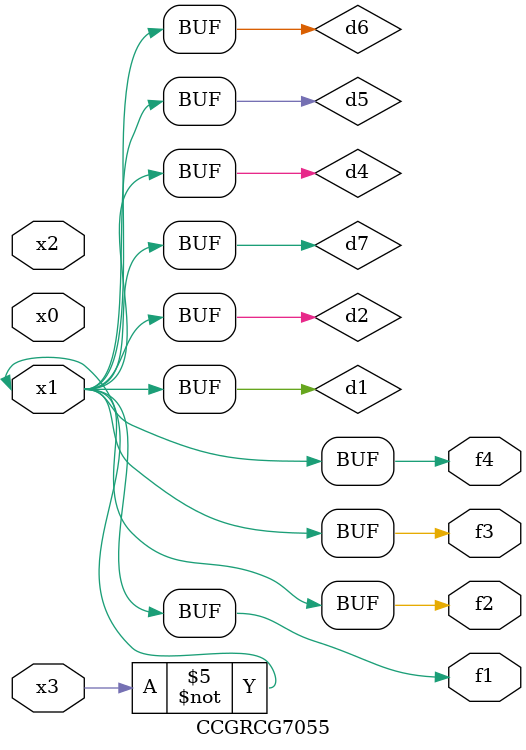
<source format=v>
module CCGRCG7055(
	input x0, x1, x2, x3,
	output f1, f2, f3, f4
);

	wire d1, d2, d3, d4, d5, d6, d7;

	not (d1, x3);
	buf (d2, x1);
	xnor (d3, d1, d2);
	nor (d4, d1);
	buf (d5, d1, d2);
	buf (d6, d4, d5);
	nand (d7, d4);
	assign f1 = d6;
	assign f2 = d7;
	assign f3 = d6;
	assign f4 = d6;
endmodule

</source>
